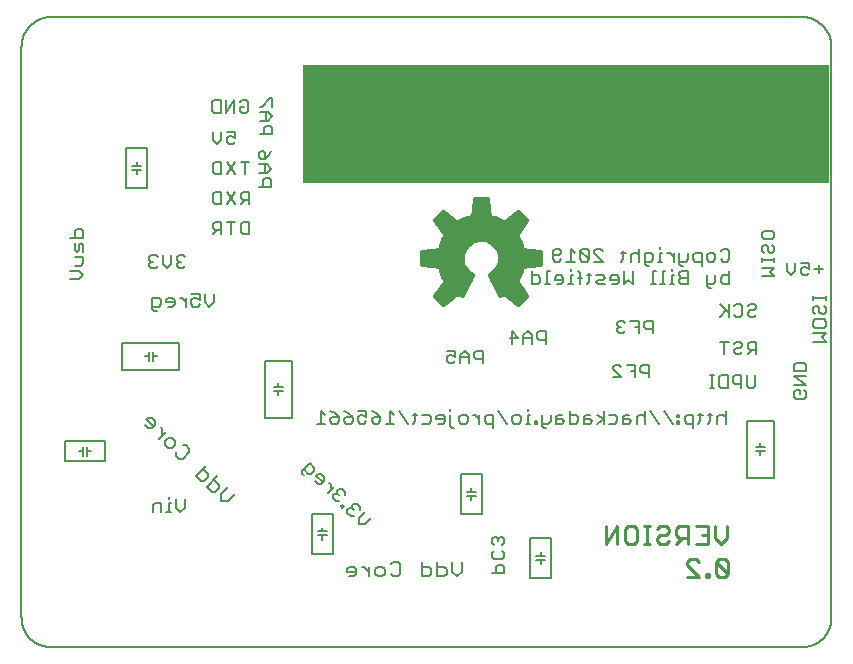
<source format=gbo>
G75*
%MOIN*%
%OFA0B0*%
%FSLAX25Y25*%
%IPPOS*%
%LPD*%
%AMOC8*
5,1,8,0,0,1.08239X$1,22.5*
%
%ADD10C,0.00787*%
%ADD11C,0.00800*%
%ADD12C,0.01575*%
%ADD13R,1.75313X0.39687*%
%ADD14C,0.00700*%
%ADD15C,0.01100*%
D10*
X0022375Y0026280D02*
X0022375Y0216595D01*
X0022378Y0216833D01*
X0022386Y0217071D01*
X0022401Y0217308D01*
X0022421Y0217545D01*
X0022447Y0217781D01*
X0022478Y0218017D01*
X0022515Y0218252D01*
X0022558Y0218486D01*
X0022607Y0218719D01*
X0022661Y0218951D01*
X0022721Y0219181D01*
X0022786Y0219410D01*
X0022857Y0219637D01*
X0022933Y0219862D01*
X0023015Y0220085D01*
X0023102Y0220307D01*
X0023194Y0220526D01*
X0023292Y0220743D01*
X0023394Y0220957D01*
X0023502Y0221169D01*
X0023616Y0221379D01*
X0023734Y0221585D01*
X0023857Y0221789D01*
X0023985Y0221989D01*
X0024117Y0222186D01*
X0024255Y0222381D01*
X0024397Y0222571D01*
X0024544Y0222759D01*
X0024695Y0222942D01*
X0024850Y0223122D01*
X0025010Y0223298D01*
X0025174Y0223470D01*
X0025343Y0223639D01*
X0025515Y0223803D01*
X0025691Y0223963D01*
X0025871Y0224118D01*
X0026054Y0224269D01*
X0026242Y0224416D01*
X0026432Y0224558D01*
X0026627Y0224696D01*
X0026824Y0224828D01*
X0027024Y0224956D01*
X0027228Y0225079D01*
X0027434Y0225197D01*
X0027644Y0225311D01*
X0027856Y0225419D01*
X0028070Y0225521D01*
X0028287Y0225619D01*
X0028506Y0225711D01*
X0028728Y0225798D01*
X0028951Y0225880D01*
X0029176Y0225956D01*
X0029403Y0226027D01*
X0029632Y0226092D01*
X0029862Y0226152D01*
X0030094Y0226206D01*
X0030327Y0226255D01*
X0030561Y0226298D01*
X0030796Y0226335D01*
X0031032Y0226366D01*
X0031268Y0226392D01*
X0031505Y0226412D01*
X0031742Y0226427D01*
X0031980Y0226435D01*
X0032218Y0226438D01*
X0032218Y0226437D02*
X0282532Y0226437D01*
X0282532Y0226438D02*
X0282770Y0226435D01*
X0283008Y0226427D01*
X0283245Y0226412D01*
X0283482Y0226392D01*
X0283718Y0226366D01*
X0283954Y0226335D01*
X0284189Y0226298D01*
X0284423Y0226255D01*
X0284656Y0226206D01*
X0284888Y0226152D01*
X0285118Y0226092D01*
X0285347Y0226027D01*
X0285574Y0225956D01*
X0285799Y0225880D01*
X0286022Y0225798D01*
X0286244Y0225711D01*
X0286463Y0225619D01*
X0286680Y0225521D01*
X0286894Y0225419D01*
X0287106Y0225311D01*
X0287316Y0225197D01*
X0287522Y0225079D01*
X0287726Y0224956D01*
X0287926Y0224828D01*
X0288123Y0224696D01*
X0288318Y0224558D01*
X0288508Y0224416D01*
X0288696Y0224269D01*
X0288879Y0224118D01*
X0289059Y0223963D01*
X0289235Y0223803D01*
X0289407Y0223639D01*
X0289576Y0223470D01*
X0289740Y0223298D01*
X0289900Y0223122D01*
X0290055Y0222942D01*
X0290206Y0222759D01*
X0290353Y0222571D01*
X0290495Y0222381D01*
X0290633Y0222186D01*
X0290765Y0221989D01*
X0290893Y0221789D01*
X0291016Y0221585D01*
X0291134Y0221379D01*
X0291248Y0221169D01*
X0291356Y0220957D01*
X0291458Y0220743D01*
X0291556Y0220526D01*
X0291648Y0220307D01*
X0291735Y0220085D01*
X0291817Y0219862D01*
X0291893Y0219637D01*
X0291964Y0219410D01*
X0292029Y0219181D01*
X0292089Y0218951D01*
X0292143Y0218719D01*
X0292192Y0218486D01*
X0292235Y0218252D01*
X0292272Y0218017D01*
X0292303Y0217781D01*
X0292329Y0217545D01*
X0292349Y0217308D01*
X0292364Y0217071D01*
X0292372Y0216833D01*
X0292375Y0216595D01*
X0292375Y0026280D01*
X0292372Y0026042D01*
X0292364Y0025804D01*
X0292349Y0025567D01*
X0292329Y0025330D01*
X0292303Y0025094D01*
X0292272Y0024858D01*
X0292235Y0024623D01*
X0292192Y0024389D01*
X0292143Y0024156D01*
X0292089Y0023924D01*
X0292029Y0023694D01*
X0291964Y0023465D01*
X0291893Y0023238D01*
X0291817Y0023013D01*
X0291735Y0022790D01*
X0291648Y0022568D01*
X0291556Y0022349D01*
X0291458Y0022132D01*
X0291356Y0021918D01*
X0291248Y0021706D01*
X0291134Y0021496D01*
X0291016Y0021290D01*
X0290893Y0021086D01*
X0290765Y0020886D01*
X0290633Y0020689D01*
X0290495Y0020494D01*
X0290353Y0020304D01*
X0290206Y0020116D01*
X0290055Y0019933D01*
X0289900Y0019753D01*
X0289740Y0019577D01*
X0289576Y0019405D01*
X0289407Y0019236D01*
X0289235Y0019072D01*
X0289059Y0018912D01*
X0288879Y0018757D01*
X0288696Y0018606D01*
X0288508Y0018459D01*
X0288318Y0018317D01*
X0288123Y0018179D01*
X0287926Y0018047D01*
X0287726Y0017919D01*
X0287522Y0017796D01*
X0287316Y0017678D01*
X0287106Y0017564D01*
X0286894Y0017456D01*
X0286680Y0017354D01*
X0286463Y0017256D01*
X0286244Y0017164D01*
X0286022Y0017077D01*
X0285799Y0016995D01*
X0285574Y0016919D01*
X0285347Y0016848D01*
X0285118Y0016783D01*
X0284888Y0016723D01*
X0284656Y0016669D01*
X0284423Y0016620D01*
X0284189Y0016577D01*
X0283954Y0016540D01*
X0283718Y0016509D01*
X0283482Y0016483D01*
X0283245Y0016463D01*
X0283008Y0016448D01*
X0282770Y0016440D01*
X0282532Y0016437D01*
X0282532Y0016438D02*
X0032218Y0016438D01*
X0032218Y0016437D02*
X0031980Y0016440D01*
X0031742Y0016448D01*
X0031505Y0016463D01*
X0031268Y0016483D01*
X0031032Y0016509D01*
X0030796Y0016540D01*
X0030561Y0016577D01*
X0030327Y0016620D01*
X0030094Y0016669D01*
X0029862Y0016723D01*
X0029632Y0016783D01*
X0029403Y0016848D01*
X0029176Y0016919D01*
X0028951Y0016995D01*
X0028728Y0017077D01*
X0028506Y0017164D01*
X0028287Y0017256D01*
X0028070Y0017354D01*
X0027856Y0017456D01*
X0027644Y0017564D01*
X0027434Y0017678D01*
X0027228Y0017796D01*
X0027024Y0017919D01*
X0026824Y0018047D01*
X0026627Y0018179D01*
X0026432Y0018317D01*
X0026242Y0018459D01*
X0026054Y0018606D01*
X0025871Y0018757D01*
X0025691Y0018912D01*
X0025515Y0019072D01*
X0025343Y0019236D01*
X0025174Y0019405D01*
X0025010Y0019577D01*
X0024850Y0019753D01*
X0024695Y0019933D01*
X0024544Y0020116D01*
X0024397Y0020304D01*
X0024255Y0020494D01*
X0024117Y0020689D01*
X0023985Y0020886D01*
X0023857Y0021086D01*
X0023734Y0021290D01*
X0023616Y0021496D01*
X0023502Y0021706D01*
X0023394Y0021918D01*
X0023292Y0022132D01*
X0023194Y0022349D01*
X0023102Y0022568D01*
X0023015Y0022790D01*
X0022933Y0023013D01*
X0022857Y0023238D01*
X0022786Y0023465D01*
X0022721Y0023694D01*
X0022661Y0023924D01*
X0022607Y0024156D01*
X0022558Y0024389D01*
X0022515Y0024623D01*
X0022478Y0024858D01*
X0022447Y0025094D01*
X0022421Y0025330D01*
X0022401Y0025567D01*
X0022386Y0025804D01*
X0022378Y0026042D01*
X0022375Y0026280D01*
D11*
X0080516Y0073524D02*
X0082215Y0071825D01*
X0083347Y0071825D01*
X0084480Y0072958D01*
X0084480Y0074090D01*
X0082781Y0075789D01*
X0083913Y0076921D02*
X0080516Y0073524D01*
X0084162Y0069878D02*
X0085861Y0068179D01*
X0086993Y0068179D01*
X0088126Y0069312D01*
X0088126Y0070444D01*
X0086427Y0072142D01*
X0087559Y0073275D02*
X0084162Y0069878D01*
X0088941Y0067364D02*
X0091206Y0069629D01*
X0093470Y0067364D02*
X0091206Y0065099D01*
X0088941Y0065099D01*
X0088941Y0067364D01*
X0076055Y0079118D02*
X0074923Y0079118D01*
X0073790Y0080250D01*
X0073790Y0081382D01*
X0072409Y0082764D02*
X0071277Y0082764D01*
X0070144Y0083896D01*
X0070144Y0085028D01*
X0071276Y0086161D01*
X0072409Y0086161D01*
X0073541Y0085028D01*
X0073541Y0083896D01*
X0072409Y0082764D01*
X0076055Y0083647D02*
X0077187Y0083647D01*
X0078320Y0082515D01*
X0078320Y0081382D01*
X0076055Y0079118D01*
X0069329Y0086976D02*
X0069329Y0089241D01*
X0068763Y0089807D01*
X0066857Y0090581D02*
X0066857Y0091713D01*
X0065724Y0092845D01*
X0064592Y0092845D01*
X0064026Y0092279D01*
X0066290Y0090014D01*
X0065724Y0089448D02*
X0066857Y0090581D01*
X0065724Y0089448D02*
X0064592Y0089448D01*
X0063460Y0090581D01*
X0068197Y0085844D02*
X0070461Y0088108D01*
X0050284Y0085242D02*
X0050281Y0078291D01*
X0036932Y0078291D01*
X0036934Y0085242D01*
X0050284Y0085242D01*
X0045625Y0081750D02*
X0044425Y0081750D01*
X0044325Y0083150D02*
X0044325Y0080250D01*
X0043025Y0080250D02*
X0043025Y0083150D01*
X0042925Y0081750D02*
X0041625Y0081750D01*
X0056029Y0108883D02*
X0075003Y0108883D01*
X0075006Y0117828D01*
X0056032Y0117828D01*
X0056029Y0108883D01*
X0063500Y0113312D02*
X0064700Y0113312D01*
X0064800Y0111912D02*
X0064800Y0114812D01*
X0066100Y0114812D02*
X0066100Y0111912D01*
X0066200Y0113312D02*
X0067500Y0113312D01*
X0067067Y0142775D02*
X0067767Y0143476D01*
X0067067Y0142775D02*
X0065665Y0142775D01*
X0064965Y0143476D01*
X0064965Y0144176D01*
X0065665Y0144877D01*
X0066366Y0144877D01*
X0065665Y0144877D02*
X0064965Y0145577D01*
X0064965Y0146278D01*
X0065665Y0146979D01*
X0067067Y0146979D01*
X0067767Y0146278D01*
X0069569Y0146979D02*
X0069569Y0144176D01*
X0070970Y0142775D01*
X0072371Y0144176D01*
X0072371Y0146979D01*
X0074173Y0146278D02*
X0074173Y0145577D01*
X0074873Y0144877D01*
X0074173Y0144176D01*
X0074173Y0143476D01*
X0074873Y0142775D01*
X0076274Y0142775D01*
X0076975Y0143476D01*
X0075574Y0144877D02*
X0074873Y0144877D01*
X0074173Y0146278D02*
X0074873Y0146979D01*
X0076274Y0146979D01*
X0076975Y0146278D01*
X0086215Y0154025D02*
X0087616Y0155426D01*
X0086916Y0155426D02*
X0089017Y0155426D01*
X0089017Y0154025D02*
X0089017Y0158228D01*
X0086916Y0158228D01*
X0086215Y0157528D01*
X0086215Y0156127D01*
X0086916Y0155426D01*
X0090819Y0158228D02*
X0093621Y0158228D01*
X0092220Y0158228D02*
X0092220Y0154025D01*
X0095423Y0154725D02*
X0095423Y0157528D01*
X0096123Y0158228D01*
X0098225Y0158228D01*
X0098225Y0154025D01*
X0096123Y0154025D01*
X0095423Y0154725D01*
X0095423Y0164025D02*
X0096824Y0165426D01*
X0096123Y0165426D02*
X0098225Y0165426D01*
X0098225Y0164025D02*
X0098225Y0168229D01*
X0096123Y0168229D01*
X0095423Y0167528D01*
X0095423Y0166127D01*
X0096123Y0165426D01*
X0093621Y0164025D02*
X0090819Y0168229D01*
X0089017Y0168229D02*
X0086915Y0168229D01*
X0086215Y0167528D01*
X0086215Y0164726D01*
X0086915Y0164025D01*
X0089017Y0164025D01*
X0089017Y0168229D01*
X0090819Y0164025D02*
X0093621Y0168229D01*
X0093621Y0174025D02*
X0090819Y0178229D01*
X0089017Y0178229D02*
X0086915Y0178229D01*
X0086215Y0177528D01*
X0086215Y0174726D01*
X0086915Y0174025D01*
X0089017Y0174025D01*
X0089017Y0178229D01*
X0090819Y0174025D02*
X0093621Y0178229D01*
X0095423Y0178229D02*
X0098225Y0178229D01*
X0096824Y0178229D02*
X0096824Y0174025D01*
X0101496Y0174477D02*
X0104299Y0174477D01*
X0105700Y0175878D01*
X0104299Y0177279D01*
X0101496Y0177279D01*
X0102197Y0179080D02*
X0101496Y0179781D01*
X0101496Y0181182D01*
X0102197Y0181883D01*
X0102898Y0181883D01*
X0103598Y0181182D01*
X0103598Y0179080D01*
X0102197Y0179080D01*
X0103598Y0179080D02*
X0104999Y0180482D01*
X0105700Y0181883D01*
X0103598Y0177279D02*
X0103598Y0174477D01*
X0103598Y0172675D02*
X0102898Y0171974D01*
X0102898Y0169873D01*
X0101496Y0169873D02*
X0105700Y0169873D01*
X0105700Y0171974D01*
X0104999Y0172675D01*
X0103598Y0172675D01*
X0092843Y0184024D02*
X0093544Y0184725D01*
X0092843Y0184024D02*
X0091442Y0184024D01*
X0090741Y0184725D01*
X0090741Y0186126D01*
X0091442Y0186827D01*
X0092143Y0186827D01*
X0093544Y0186126D01*
X0093544Y0188228D01*
X0090741Y0188228D01*
X0088940Y0188228D02*
X0088940Y0185425D01*
X0087539Y0184024D01*
X0086137Y0185425D01*
X0086137Y0188228D01*
X0086641Y0194453D02*
X0085940Y0195153D01*
X0085940Y0197956D01*
X0086641Y0198656D01*
X0088743Y0198656D01*
X0088743Y0194453D01*
X0086641Y0194453D01*
X0090544Y0194453D02*
X0090544Y0198656D01*
X0093346Y0198656D02*
X0090544Y0194453D01*
X0093346Y0194453D02*
X0093346Y0198656D01*
X0095148Y0197956D02*
X0095849Y0198656D01*
X0097250Y0198656D01*
X0097950Y0197956D01*
X0097950Y0195153D01*
X0097250Y0194453D01*
X0095849Y0194453D01*
X0095148Y0195153D01*
X0095148Y0196555D01*
X0096549Y0196555D01*
X0101727Y0196494D02*
X0102427Y0196494D01*
X0105230Y0199296D01*
X0105930Y0199296D01*
X0105930Y0196494D01*
X0104529Y0194693D02*
X0101727Y0194693D01*
X0103829Y0194693D02*
X0103829Y0191890D01*
X0104529Y0191890D02*
X0105930Y0193291D01*
X0104529Y0194693D01*
X0104529Y0191890D02*
X0101727Y0191890D01*
X0103829Y0190089D02*
X0103128Y0189388D01*
X0103128Y0187286D01*
X0101727Y0187286D02*
X0105930Y0187286D01*
X0105930Y0189388D01*
X0105230Y0190089D01*
X0103829Y0190089D01*
X0064304Y0182816D02*
X0064304Y0169466D01*
X0057354Y0169469D01*
X0057354Y0182818D01*
X0064304Y0182816D01*
X0060812Y0178125D02*
X0060812Y0176825D01*
X0062212Y0176725D02*
X0059312Y0176725D01*
X0059312Y0175425D02*
X0062212Y0175425D01*
X0060812Y0175325D02*
X0060812Y0174125D01*
X0103571Y0111846D02*
X0103571Y0092872D01*
X0112516Y0092869D01*
X0112516Y0111843D01*
X0103571Y0111846D01*
X0108000Y0104375D02*
X0108000Y0103175D01*
X0106600Y0103075D02*
X0109500Y0103075D01*
X0109500Y0101775D02*
X0106600Y0101775D01*
X0108000Y0101675D02*
X0108000Y0100375D01*
X0120734Y0090924D02*
X0123537Y0090924D01*
X0122136Y0090924D02*
X0122136Y0095127D01*
X0123537Y0093726D01*
X0125338Y0092325D02*
X0126039Y0093026D01*
X0128141Y0093026D01*
X0128141Y0091624D01*
X0127440Y0090924D01*
X0126039Y0090924D01*
X0125338Y0091624D01*
X0125338Y0092325D01*
X0126740Y0094427D02*
X0128141Y0093026D01*
X0129942Y0092325D02*
X0130643Y0093026D01*
X0132745Y0093026D01*
X0132745Y0091624D01*
X0132044Y0090924D01*
X0130643Y0090924D01*
X0129942Y0091624D01*
X0129942Y0092325D01*
X0131343Y0094427D02*
X0132745Y0093026D01*
X0134546Y0093026D02*
X0134546Y0091624D01*
X0135247Y0090924D01*
X0136648Y0090924D01*
X0137349Y0091624D01*
X0137349Y0093026D02*
X0135947Y0093726D01*
X0135247Y0093726D01*
X0134546Y0093026D01*
X0134546Y0095127D02*
X0137349Y0095127D01*
X0137349Y0093026D01*
X0139150Y0092325D02*
X0139851Y0093026D01*
X0141953Y0093026D01*
X0141953Y0091624D01*
X0141252Y0090924D01*
X0139851Y0090924D01*
X0139150Y0091624D01*
X0139150Y0092325D01*
X0140551Y0094427D02*
X0141953Y0093026D01*
X0140551Y0094427D02*
X0139150Y0095127D01*
X0145155Y0095127D02*
X0145155Y0090924D01*
X0146556Y0090924D02*
X0143754Y0090924D01*
X0146556Y0093726D02*
X0145155Y0095127D01*
X0148358Y0095127D02*
X0151160Y0090924D01*
X0152828Y0090924D02*
X0153529Y0091624D01*
X0153529Y0094427D01*
X0154230Y0093726D02*
X0152828Y0093726D01*
X0156031Y0093726D02*
X0158133Y0093726D01*
X0158834Y0093026D01*
X0158834Y0091624D01*
X0158133Y0090924D01*
X0156031Y0090924D01*
X0160635Y0092325D02*
X0160635Y0093026D01*
X0161336Y0093726D01*
X0162737Y0093726D01*
X0163438Y0093026D01*
X0163438Y0091624D01*
X0162737Y0090924D01*
X0161336Y0090924D01*
X0160635Y0092325D02*
X0163438Y0092325D01*
X0165106Y0093726D02*
X0165106Y0090223D01*
X0165806Y0089523D01*
X0166507Y0089523D01*
X0168308Y0091624D02*
X0168308Y0093026D01*
X0169009Y0093726D01*
X0170410Y0093726D01*
X0171111Y0093026D01*
X0171111Y0091624D01*
X0170410Y0090924D01*
X0169009Y0090924D01*
X0168308Y0091624D01*
X0172846Y0093726D02*
X0173546Y0093726D01*
X0174947Y0092325D01*
X0174947Y0090924D02*
X0174947Y0093726D01*
X0176749Y0093026D02*
X0176749Y0091624D01*
X0177449Y0090924D01*
X0179551Y0090924D01*
X0179551Y0089523D02*
X0179551Y0093726D01*
X0177449Y0093726D01*
X0176749Y0093026D01*
X0181353Y0095127D02*
X0184155Y0090924D01*
X0185957Y0091624D02*
X0185957Y0093026D01*
X0186657Y0093726D01*
X0188058Y0093726D01*
X0188759Y0093026D01*
X0188759Y0091624D01*
X0188058Y0090924D01*
X0186657Y0090924D01*
X0185957Y0091624D01*
X0190427Y0090924D02*
X0191828Y0090924D01*
X0191128Y0090924D02*
X0191128Y0093726D01*
X0191828Y0093726D01*
X0191128Y0095127D02*
X0191128Y0095828D01*
X0193430Y0091624D02*
X0193430Y0090924D01*
X0194130Y0090924D01*
X0194130Y0091624D01*
X0193430Y0091624D01*
X0195932Y0090924D02*
X0198034Y0090924D01*
X0198734Y0091624D01*
X0198734Y0093726D01*
X0200536Y0093026D02*
X0200536Y0090924D01*
X0202638Y0090924D01*
X0203338Y0091624D01*
X0202638Y0092325D01*
X0200536Y0092325D01*
X0200536Y0093026D02*
X0201236Y0093726D01*
X0202638Y0093726D01*
X0205140Y0093726D02*
X0207241Y0093726D01*
X0207942Y0093026D01*
X0207942Y0091624D01*
X0207241Y0090924D01*
X0205140Y0090924D01*
X0205140Y0095127D01*
X0209744Y0093026D02*
X0209744Y0090924D01*
X0211845Y0090924D01*
X0212546Y0091624D01*
X0211845Y0092325D01*
X0209744Y0092325D01*
X0209744Y0093026D02*
X0210444Y0093726D01*
X0211845Y0093726D01*
X0214281Y0093726D02*
X0216383Y0092325D01*
X0214281Y0090924D01*
X0216383Y0090924D02*
X0216383Y0095127D01*
X0218184Y0093726D02*
X0220286Y0093726D01*
X0220987Y0093026D01*
X0220987Y0091624D01*
X0220286Y0090924D01*
X0218184Y0090924D01*
X0222788Y0090924D02*
X0222788Y0093026D01*
X0223489Y0093726D01*
X0224890Y0093726D01*
X0224890Y0092325D02*
X0222788Y0092325D01*
X0222788Y0090924D02*
X0224890Y0090924D01*
X0225590Y0091624D01*
X0224890Y0092325D01*
X0227392Y0093026D02*
X0227392Y0090924D01*
X0227392Y0093026D02*
X0228093Y0093726D01*
X0229494Y0093726D01*
X0230194Y0093026D01*
X0230194Y0095127D02*
X0230194Y0090924D01*
X0231996Y0095127D02*
X0234798Y0090924D01*
X0236600Y0095127D02*
X0239402Y0090924D01*
X0241004Y0090924D02*
X0241704Y0090924D01*
X0241704Y0091624D01*
X0241004Y0091624D01*
X0241004Y0090924D01*
X0241004Y0093026D02*
X0241704Y0093026D01*
X0241704Y0093726D01*
X0241004Y0093726D01*
X0241004Y0093026D01*
X0243506Y0093026D02*
X0243506Y0091624D01*
X0244206Y0090924D01*
X0246308Y0090924D01*
X0246308Y0089523D02*
X0246308Y0093726D01*
X0244206Y0093726D01*
X0243506Y0093026D01*
X0247976Y0093726D02*
X0249377Y0093726D01*
X0248677Y0094427D02*
X0248677Y0091624D01*
X0247976Y0090924D01*
X0251045Y0090924D02*
X0251746Y0091624D01*
X0251746Y0094427D01*
X0252447Y0093726D02*
X0251045Y0093726D01*
X0254248Y0093026D02*
X0254248Y0090924D01*
X0254248Y0093026D02*
X0254949Y0093726D01*
X0256350Y0093726D01*
X0257051Y0093026D01*
X0257051Y0095127D02*
X0257051Y0090924D01*
X0264196Y0091846D02*
X0264196Y0072872D01*
X0273141Y0072869D01*
X0273141Y0091843D01*
X0264196Y0091846D01*
X0268625Y0084375D02*
X0268625Y0083175D01*
X0267225Y0083075D02*
X0270125Y0083075D01*
X0270125Y0081775D02*
X0267225Y0081775D01*
X0268625Y0081675D02*
X0268625Y0080375D01*
X0280474Y0099221D02*
X0279774Y0099921D01*
X0279774Y0101322D01*
X0280474Y0102023D01*
X0281876Y0102023D01*
X0281876Y0100622D01*
X0283277Y0102023D02*
X0283977Y0101322D01*
X0283977Y0099921D01*
X0283277Y0099221D01*
X0280474Y0099221D01*
X0279774Y0103825D02*
X0283977Y0103825D01*
X0279774Y0106627D01*
X0283977Y0106627D01*
X0283977Y0108428D02*
X0279774Y0108428D01*
X0279774Y0110530D01*
X0280474Y0111231D01*
X0283277Y0111231D01*
X0283977Y0110530D01*
X0283977Y0108428D01*
X0286258Y0118206D02*
X0290461Y0118206D01*
X0289060Y0119607D01*
X0290461Y0121008D01*
X0286258Y0121008D01*
X0286958Y0122810D02*
X0286258Y0123511D01*
X0286258Y0124912D01*
X0286958Y0125612D01*
X0289761Y0125612D01*
X0290461Y0124912D01*
X0290461Y0123511D01*
X0289761Y0122810D01*
X0286958Y0122810D01*
X0286958Y0127414D02*
X0286258Y0128114D01*
X0286258Y0129516D01*
X0286958Y0130216D01*
X0287659Y0130216D01*
X0288359Y0129516D01*
X0288359Y0128114D01*
X0289060Y0127414D01*
X0289761Y0127414D01*
X0290461Y0128114D01*
X0290461Y0129516D01*
X0289761Y0130216D01*
X0290461Y0132018D02*
X0290461Y0133419D01*
X0290461Y0132718D02*
X0286258Y0132718D01*
X0286258Y0132018D02*
X0286258Y0133419D01*
X0284170Y0140275D02*
X0284871Y0140976D01*
X0284170Y0140275D02*
X0282769Y0140275D01*
X0282069Y0140976D01*
X0282069Y0142377D01*
X0282769Y0143077D01*
X0283470Y0143077D01*
X0284871Y0142377D01*
X0284871Y0144479D01*
X0282069Y0144479D01*
X0280267Y0144479D02*
X0280267Y0141676D01*
X0278866Y0140275D01*
X0277465Y0141676D01*
X0277465Y0144479D01*
X0273268Y0144692D02*
X0273268Y0146093D01*
X0273268Y0145393D02*
X0269065Y0145393D01*
X0269065Y0146093D02*
X0269065Y0144692D01*
X0269065Y0142890D02*
X0273268Y0142890D01*
X0271867Y0141489D01*
X0273268Y0140088D01*
X0269065Y0140088D01*
X0269765Y0147761D02*
X0269065Y0148462D01*
X0269065Y0149863D01*
X0269765Y0150564D01*
X0270466Y0150564D01*
X0271166Y0149863D01*
X0271166Y0148462D01*
X0271867Y0147761D01*
X0272568Y0147761D01*
X0273268Y0148462D01*
X0273268Y0149863D01*
X0272568Y0150564D01*
X0272568Y0152365D02*
X0269765Y0152365D01*
X0269065Y0153066D01*
X0269065Y0154467D01*
X0269765Y0155168D01*
X0272568Y0155168D01*
X0273268Y0154467D01*
X0273268Y0153066D01*
X0272568Y0152365D01*
X0286673Y0142377D02*
X0289475Y0142377D01*
X0288074Y0143778D02*
X0288074Y0140976D01*
X0267280Y0130024D02*
X0267280Y0129323D01*
X0266580Y0128622D01*
X0265179Y0128622D01*
X0264478Y0127922D01*
X0264478Y0127221D01*
X0265179Y0126521D01*
X0266580Y0126521D01*
X0267280Y0127221D01*
X0267280Y0130024D02*
X0266580Y0130724D01*
X0265179Y0130724D01*
X0264478Y0130024D01*
X0262676Y0130024D02*
X0262676Y0127221D01*
X0261976Y0126521D01*
X0260575Y0126521D01*
X0259874Y0127221D01*
X0258073Y0126521D02*
X0258073Y0130724D01*
X0259874Y0130024D02*
X0260575Y0130724D01*
X0261976Y0130724D01*
X0262676Y0130024D01*
X0258073Y0127922D02*
X0255270Y0130724D01*
X0257372Y0128622D02*
X0255270Y0126521D01*
X0255270Y0118220D02*
X0258073Y0118220D01*
X0256671Y0118220D02*
X0256671Y0114017D01*
X0259874Y0114717D02*
X0259874Y0115418D01*
X0260575Y0116118D01*
X0261976Y0116118D01*
X0262676Y0116819D01*
X0262676Y0117520D01*
X0261976Y0118220D01*
X0260575Y0118220D01*
X0259874Y0117520D01*
X0259874Y0114717D02*
X0260575Y0114017D01*
X0261976Y0114017D01*
X0262676Y0114717D01*
X0264478Y0114017D02*
X0265879Y0115418D01*
X0265179Y0115418D02*
X0267280Y0115418D01*
X0267280Y0114017D02*
X0267280Y0118220D01*
X0265179Y0118220D01*
X0264478Y0117520D01*
X0264478Y0116118D01*
X0265179Y0115418D01*
X0264173Y0106979D02*
X0264173Y0103476D01*
X0264873Y0102775D01*
X0266274Y0102775D01*
X0266975Y0103476D01*
X0266975Y0106979D01*
X0262371Y0106979D02*
X0262371Y0102775D01*
X0262371Y0104176D02*
X0260269Y0104176D01*
X0259569Y0104877D01*
X0259569Y0106278D01*
X0260269Y0106979D01*
X0262371Y0106979D01*
X0257767Y0106979D02*
X0257767Y0102775D01*
X0255665Y0102775D01*
X0254965Y0103476D01*
X0254965Y0106278D01*
X0255665Y0106979D01*
X0257767Y0106979D01*
X0253163Y0106979D02*
X0251762Y0106979D01*
X0252463Y0106979D02*
X0252463Y0102775D01*
X0253163Y0102775D02*
X0251762Y0102775D01*
X0231498Y0106344D02*
X0231498Y0110547D01*
X0229396Y0110547D01*
X0228695Y0109847D01*
X0228695Y0108446D01*
X0229396Y0107745D01*
X0231498Y0107745D01*
X0226894Y0108446D02*
X0225492Y0108446D01*
X0226894Y0110547D02*
X0224091Y0110547D01*
X0222290Y0109847D02*
X0221589Y0110547D01*
X0220188Y0110547D01*
X0219487Y0109847D01*
X0219487Y0109146D01*
X0222290Y0106344D01*
X0219487Y0106344D01*
X0226894Y0106344D02*
X0226894Y0110547D01*
X0228144Y0121036D02*
X0228144Y0125240D01*
X0225342Y0125240D01*
X0223540Y0124539D02*
X0222840Y0125240D01*
X0221438Y0125240D01*
X0220738Y0124539D01*
X0220738Y0123838D01*
X0221438Y0123138D01*
X0220738Y0122437D01*
X0220738Y0121737D01*
X0221438Y0121036D01*
X0222840Y0121036D01*
X0223540Y0121737D01*
X0222139Y0123138D02*
X0221438Y0123138D01*
X0226743Y0123138D02*
X0228144Y0123138D01*
X0229946Y0123138D02*
X0230646Y0122437D01*
X0232748Y0122437D01*
X0232748Y0121036D02*
X0232748Y0125240D01*
X0230646Y0125240D01*
X0229946Y0124539D01*
X0229946Y0123138D01*
X0197091Y0121681D02*
X0197091Y0117477D01*
X0197091Y0118879D02*
X0194989Y0118879D01*
X0194288Y0119579D01*
X0194288Y0120980D01*
X0194989Y0121681D01*
X0197091Y0121681D01*
X0192487Y0120280D02*
X0192487Y0117477D01*
X0192487Y0119579D02*
X0189685Y0119579D01*
X0189685Y0120280D02*
X0189685Y0117477D01*
X0187883Y0119579D02*
X0185081Y0119579D01*
X0185781Y0117477D02*
X0185781Y0121681D01*
X0187883Y0119579D01*
X0189685Y0120280D02*
X0191086Y0121681D01*
X0192487Y0120280D01*
X0176085Y0115150D02*
X0176085Y0110947D01*
X0176085Y0112348D02*
X0173983Y0112348D01*
X0173283Y0113048D01*
X0173283Y0114450D01*
X0173983Y0115150D01*
X0176085Y0115150D01*
X0171481Y0113749D02*
X0170080Y0115150D01*
X0168679Y0113749D01*
X0168679Y0110947D01*
X0166877Y0111647D02*
X0166177Y0110947D01*
X0164775Y0110947D01*
X0164075Y0111647D01*
X0164075Y0113048D01*
X0164775Y0113749D01*
X0165476Y0113749D01*
X0166877Y0113048D01*
X0166877Y0115150D01*
X0164075Y0115150D01*
X0168679Y0113048D02*
X0171481Y0113048D01*
X0171481Y0113749D02*
X0171481Y0110947D01*
X0165106Y0095828D02*
X0165106Y0095127D01*
X0168883Y0074034D02*
X0168883Y0060684D01*
X0175834Y0060682D01*
X0175834Y0074031D01*
X0168883Y0074034D01*
X0172375Y0069375D02*
X0172375Y0068175D01*
X0170975Y0068075D02*
X0173875Y0068075D01*
X0173875Y0066775D02*
X0170975Y0066775D01*
X0172375Y0066675D02*
X0172375Y0065375D01*
X0179842Y0053133D02*
X0179141Y0052432D01*
X0179141Y0051031D01*
X0179842Y0050330D01*
X0179842Y0048529D02*
X0179141Y0047828D01*
X0179141Y0046427D01*
X0179842Y0045726D01*
X0182644Y0045726D01*
X0183345Y0046427D01*
X0183345Y0047828D01*
X0182644Y0048529D01*
X0182644Y0050330D02*
X0183345Y0051031D01*
X0183345Y0052432D01*
X0182644Y0053133D01*
X0181943Y0053133D01*
X0181243Y0052432D01*
X0180542Y0053133D01*
X0179842Y0053133D01*
X0181243Y0052432D02*
X0181243Y0051731D01*
X0181243Y0043925D02*
X0180542Y0043224D01*
X0180542Y0041122D01*
X0179141Y0041122D02*
X0183345Y0041122D01*
X0183345Y0043224D01*
X0182644Y0043925D01*
X0181243Y0043925D01*
X0192041Y0039469D02*
X0198992Y0039466D01*
X0198992Y0052816D01*
X0192041Y0052818D01*
X0192041Y0039469D01*
X0195500Y0044125D02*
X0195500Y0045325D01*
X0196900Y0045425D02*
X0194000Y0045425D01*
X0194000Y0046725D02*
X0196900Y0046725D01*
X0195500Y0046825D02*
X0195500Y0048125D01*
X0169242Y0044792D02*
X0169242Y0041589D01*
X0167640Y0039988D01*
X0166039Y0041589D01*
X0166039Y0044792D01*
X0164085Y0042390D02*
X0163285Y0043190D01*
X0160883Y0043190D01*
X0160883Y0044792D02*
X0160883Y0039988D01*
X0163285Y0039988D01*
X0164085Y0040788D01*
X0164085Y0042390D01*
X0158929Y0042390D02*
X0158128Y0043190D01*
X0155726Y0043190D01*
X0155726Y0044792D02*
X0155726Y0039988D01*
X0158128Y0039988D01*
X0158929Y0040788D01*
X0158929Y0042390D01*
X0148616Y0043991D02*
X0148616Y0040788D01*
X0147816Y0039988D01*
X0146214Y0039988D01*
X0145414Y0040788D01*
X0143460Y0040788D02*
X0142659Y0039988D01*
X0141058Y0039988D01*
X0140257Y0040788D01*
X0140257Y0042390D01*
X0141058Y0043190D01*
X0142659Y0043190D01*
X0143460Y0042390D01*
X0143460Y0040788D01*
X0145414Y0043991D02*
X0146214Y0044792D01*
X0147816Y0044792D01*
X0148616Y0043991D01*
X0138303Y0043190D02*
X0138303Y0039988D01*
X0138303Y0041589D02*
X0136702Y0043190D01*
X0135901Y0043190D01*
X0134006Y0042390D02*
X0133206Y0043190D01*
X0131604Y0043190D01*
X0130804Y0042390D01*
X0130804Y0041589D01*
X0134006Y0041589D01*
X0134006Y0040788D02*
X0134006Y0042390D01*
X0134006Y0040788D02*
X0133206Y0039988D01*
X0131604Y0039988D01*
X0126149Y0047557D02*
X0126149Y0060906D01*
X0119198Y0060909D01*
X0119198Y0047560D01*
X0126149Y0047557D01*
X0122690Y0052250D02*
X0122690Y0053550D01*
X0121290Y0053650D02*
X0124190Y0053650D01*
X0124190Y0054950D02*
X0121290Y0054950D01*
X0122690Y0055050D02*
X0122690Y0056250D01*
X0126740Y0094427D02*
X0125338Y0095127D01*
X0129942Y0095127D02*
X0131343Y0094427D01*
X0195932Y0093726D02*
X0195932Y0090223D01*
X0196632Y0089523D01*
X0197333Y0089523D01*
D12*
X0188021Y0130936D02*
X0183312Y0134543D01*
X0181951Y0133733D01*
X0178432Y0140492D01*
X0179271Y0141016D01*
X0180018Y0141663D01*
X0180656Y0142418D01*
X0181169Y0143263D01*
X0181544Y0144178D01*
X0181773Y0145139D01*
X0181850Y0146125D01*
X0181759Y0147195D01*
X0181489Y0148234D01*
X0181048Y0149213D01*
X0180449Y0150104D01*
X0179708Y0150881D01*
X0178846Y0151522D01*
X0177889Y0152008D01*
X0176864Y0152327D01*
X0175799Y0152468D01*
X0174726Y0152428D01*
X0173675Y0152207D01*
X0172677Y0151813D01*
X0171759Y0151256D01*
X0170948Y0150552D01*
X0170267Y0149722D01*
X0169736Y0148789D01*
X0169369Y0147779D01*
X0169178Y0146723D01*
X0169168Y0145649D01*
X0169339Y0144589D01*
X0169686Y0143573D01*
X0170199Y0142629D01*
X0170863Y0141786D01*
X0171661Y0141067D01*
X0172568Y0140492D01*
X0169049Y0133733D01*
X0167688Y0134543D01*
X0162979Y0130936D01*
X0160311Y0133604D01*
X0163918Y0138313D01*
X0162980Y0139928D01*
X0162265Y0141654D01*
X0161787Y0143459D01*
X0155906Y0144238D01*
X0155906Y0148012D01*
X0161787Y0148791D01*
X0162265Y0150596D01*
X0162980Y0152322D01*
X0163918Y0153937D01*
X0160311Y0158646D01*
X0162979Y0161314D01*
X0167688Y0157707D01*
X0169303Y0158645D01*
X0171029Y0159360D01*
X0172834Y0159838D01*
X0173613Y0165719D01*
X0177387Y0165719D01*
X0178166Y0159838D01*
X0179971Y0159360D01*
X0181697Y0158645D01*
X0183312Y0157707D01*
X0188021Y0161314D01*
X0190689Y0158646D01*
X0187082Y0153937D01*
X0188020Y0152322D01*
X0188735Y0150596D01*
X0189213Y0148791D01*
X0195094Y0148012D01*
X0195094Y0144238D01*
X0189213Y0143459D01*
X0188735Y0141654D01*
X0188020Y0139928D01*
X0187082Y0138313D01*
X0190689Y0133604D01*
X0188021Y0130936D01*
X0188063Y0130977D02*
X0187967Y0130977D01*
X0189636Y0132550D02*
X0185914Y0132550D01*
X0183860Y0134124D02*
X0190291Y0134124D01*
X0189086Y0135697D02*
X0180929Y0135697D01*
X0181748Y0134124D02*
X0182606Y0134124D01*
X0180110Y0137270D02*
X0187881Y0137270D01*
X0187390Y0138844D02*
X0179291Y0138844D01*
X0178471Y0140417D02*
X0188223Y0140417D01*
X0188824Y0141990D02*
X0180294Y0141990D01*
X0181292Y0143563D02*
X0189999Y0143563D01*
X0195094Y0145137D02*
X0181772Y0145137D01*
X0181800Y0146710D02*
X0195094Y0146710D01*
X0193043Y0148283D02*
X0181467Y0148283D01*
X0180615Y0149857D02*
X0188931Y0149857D01*
X0188390Y0151430D02*
X0178970Y0151430D01*
X0172046Y0151430D02*
X0162610Y0151430D01*
X0162069Y0149857D02*
X0170378Y0149857D01*
X0169552Y0148283D02*
X0157957Y0148283D01*
X0155906Y0146710D02*
X0169178Y0146710D01*
X0169250Y0145137D02*
X0155906Y0145137D01*
X0161001Y0143563D02*
X0169691Y0143563D01*
X0170703Y0141990D02*
X0162176Y0141990D01*
X0162777Y0140417D02*
X0172529Y0140417D01*
X0171710Y0138844D02*
X0163610Y0138844D01*
X0163119Y0137270D02*
X0170891Y0137270D01*
X0170071Y0135697D02*
X0161914Y0135697D01*
X0160709Y0134124D02*
X0167140Y0134124D01*
X0168394Y0134124D02*
X0169252Y0134124D01*
X0165087Y0132550D02*
X0161364Y0132550D01*
X0162937Y0130977D02*
X0163033Y0130977D01*
X0163376Y0153003D02*
X0187624Y0153003D01*
X0187572Y0154577D02*
X0163428Y0154577D01*
X0162223Y0156150D02*
X0188777Y0156150D01*
X0189982Y0157723D02*
X0183334Y0157723D01*
X0183283Y0157723D02*
X0167717Y0157723D01*
X0167666Y0157723D02*
X0161018Y0157723D01*
X0160961Y0159297D02*
X0165613Y0159297D01*
X0163559Y0160870D02*
X0162534Y0160870D01*
X0170875Y0159297D02*
X0180125Y0159297D01*
X0178029Y0160870D02*
X0172971Y0160870D01*
X0173179Y0162443D02*
X0177821Y0162443D01*
X0177612Y0164017D02*
X0173388Y0164017D01*
X0173596Y0165590D02*
X0177404Y0165590D01*
X0185387Y0159297D02*
X0190039Y0159297D01*
X0188466Y0160870D02*
X0187441Y0160870D01*
D13*
X0203781Y0190656D03*
D14*
X0235305Y0149933D02*
X0235305Y0149216D01*
X0235305Y0147782D02*
X0235305Y0144913D01*
X0234588Y0144913D02*
X0236023Y0144913D01*
X0236023Y0147782D02*
X0235305Y0147782D01*
X0237707Y0147782D02*
X0238425Y0147782D01*
X0239859Y0146347D01*
X0239859Y0144913D02*
X0239859Y0147782D01*
X0241594Y0147782D02*
X0241594Y0144195D01*
X0242311Y0143478D01*
X0243029Y0143478D01*
X0243746Y0144913D02*
X0241594Y0144913D01*
X0243746Y0144913D02*
X0244463Y0145630D01*
X0244463Y0147782D01*
X0246198Y0147064D02*
X0246198Y0145630D01*
X0246915Y0144913D01*
X0249067Y0144913D01*
X0249067Y0143478D02*
X0249067Y0147782D01*
X0246915Y0147782D01*
X0246198Y0147064D01*
X0250802Y0147064D02*
X0251519Y0147782D01*
X0252954Y0147782D01*
X0253671Y0147064D01*
X0253671Y0145630D01*
X0252954Y0144913D01*
X0251519Y0144913D01*
X0250802Y0145630D01*
X0250802Y0147064D01*
X0255406Y0145630D02*
X0256123Y0144913D01*
X0257558Y0144913D01*
X0258275Y0145630D01*
X0258275Y0148499D01*
X0257558Y0149216D01*
X0256123Y0149216D01*
X0255406Y0148499D01*
X0258275Y0141716D02*
X0258275Y0137413D01*
X0256123Y0137413D01*
X0255406Y0138130D01*
X0255406Y0139564D01*
X0256123Y0140282D01*
X0258275Y0140282D01*
X0253671Y0140282D02*
X0253671Y0138130D01*
X0252954Y0137413D01*
X0250802Y0137413D01*
X0250802Y0136695D02*
X0251519Y0135978D01*
X0252237Y0135978D01*
X0250802Y0136695D02*
X0250802Y0140282D01*
X0244463Y0139564D02*
X0242311Y0139564D01*
X0241594Y0138847D01*
X0241594Y0138130D01*
X0242311Y0137413D01*
X0244463Y0137413D01*
X0244463Y0141716D01*
X0242311Y0141716D01*
X0241594Y0140999D01*
X0241594Y0140282D01*
X0242311Y0139564D01*
X0239859Y0140282D02*
X0239142Y0140282D01*
X0239142Y0137413D01*
X0239859Y0137413D02*
X0238425Y0137413D01*
X0236790Y0137413D02*
X0235355Y0137413D01*
X0236073Y0137413D02*
X0236073Y0141716D01*
X0236790Y0141716D01*
X0239142Y0141716D02*
X0239142Y0142433D01*
X0233721Y0141716D02*
X0233003Y0141716D01*
X0233003Y0137413D01*
X0232286Y0137413D02*
X0233721Y0137413D01*
X0231519Y0143478D02*
X0230802Y0143478D01*
X0230084Y0144195D01*
X0230084Y0147782D01*
X0232236Y0147782D01*
X0232953Y0147064D01*
X0232953Y0145630D01*
X0232236Y0144913D01*
X0230084Y0144913D01*
X0228349Y0144913D02*
X0228349Y0149216D01*
X0227632Y0147782D02*
X0226198Y0147782D01*
X0225480Y0147064D01*
X0225480Y0144913D01*
X0223028Y0145630D02*
X0223028Y0148499D01*
X0222311Y0147782D02*
X0223746Y0147782D01*
X0223028Y0145630D02*
X0222311Y0144913D01*
X0223178Y0141716D02*
X0223178Y0137413D01*
X0224613Y0138847D01*
X0226048Y0137413D01*
X0226048Y0141716D01*
X0221444Y0139564D02*
X0220726Y0140282D01*
X0219292Y0140282D01*
X0218575Y0139564D01*
X0218575Y0138847D01*
X0221444Y0138847D01*
X0221444Y0138130D02*
X0221444Y0139564D01*
X0221444Y0138130D02*
X0220726Y0137413D01*
X0219292Y0137413D01*
X0216840Y0137413D02*
X0214688Y0137413D01*
X0213971Y0138130D01*
X0214688Y0138847D01*
X0216122Y0138847D01*
X0216840Y0139564D01*
X0216122Y0140282D01*
X0213971Y0140282D01*
X0212236Y0140282D02*
X0210801Y0140282D01*
X0211518Y0140999D02*
X0211518Y0138130D01*
X0210801Y0137413D01*
X0208449Y0137413D02*
X0208449Y0140999D01*
X0207732Y0141716D01*
X0207732Y0139564D02*
X0209166Y0139564D01*
X0206097Y0140282D02*
X0205380Y0140282D01*
X0205380Y0137413D01*
X0206097Y0137413D02*
X0204663Y0137413D01*
X0203028Y0138130D02*
X0203028Y0139564D01*
X0202311Y0140282D01*
X0200876Y0140282D01*
X0200159Y0139564D01*
X0200159Y0138847D01*
X0203028Y0138847D01*
X0203028Y0138130D02*
X0202311Y0137413D01*
X0200876Y0137413D01*
X0198424Y0137413D02*
X0196989Y0137413D01*
X0197707Y0137413D02*
X0197707Y0141716D01*
X0198424Y0141716D01*
X0195355Y0139564D02*
X0194637Y0140282D01*
X0192486Y0140282D01*
X0192486Y0141716D02*
X0192486Y0137413D01*
X0194637Y0137413D01*
X0195355Y0138130D01*
X0195355Y0139564D01*
X0200109Y0144913D02*
X0199391Y0145630D01*
X0199391Y0148499D01*
X0200109Y0149216D01*
X0201543Y0149216D01*
X0202261Y0148499D01*
X0202261Y0147782D01*
X0201543Y0147064D01*
X0199391Y0147064D01*
X0200109Y0144913D02*
X0201543Y0144913D01*
X0202261Y0145630D01*
X0203995Y0144913D02*
X0206865Y0144913D01*
X0205430Y0144913D02*
X0205430Y0149216D01*
X0206865Y0147782D01*
X0208599Y0148499D02*
X0208599Y0145630D01*
X0209317Y0144913D01*
X0210751Y0144913D01*
X0211468Y0145630D01*
X0208599Y0148499D01*
X0209317Y0149216D01*
X0210751Y0149216D01*
X0211468Y0148499D01*
X0211468Y0145630D01*
X0213203Y0144913D02*
X0216072Y0144913D01*
X0213203Y0147782D01*
X0213203Y0148499D01*
X0213921Y0149216D01*
X0215355Y0149216D01*
X0216072Y0148499D01*
X0205380Y0142433D02*
X0205380Y0141716D01*
X0227632Y0147782D02*
X0228349Y0147064D01*
X0130210Y0067996D02*
X0130210Y0066982D01*
X0130210Y0067996D02*
X0129195Y0069011D01*
X0128181Y0069011D01*
X0127674Y0068504D01*
X0127674Y0067489D01*
X0126659Y0067489D01*
X0126152Y0066982D01*
X0126152Y0065968D01*
X0127167Y0064953D01*
X0128181Y0064953D01*
X0129302Y0063833D02*
X0128794Y0063326D01*
X0129302Y0062818D01*
X0129809Y0063326D01*
X0129302Y0063833D01*
X0131035Y0062099D02*
X0131035Y0061084D01*
X0132050Y0060070D01*
X0133064Y0060070D01*
X0134798Y0059351D02*
X0136827Y0061379D01*
X0135093Y0062099D02*
X0135093Y0063113D01*
X0134079Y0064128D01*
X0133064Y0064128D01*
X0132557Y0063620D01*
X0132557Y0062606D01*
X0131543Y0062606D01*
X0131035Y0062099D01*
X0132557Y0062606D02*
X0133064Y0062099D01*
X0134798Y0059351D02*
X0134798Y0057322D01*
X0136827Y0057322D01*
X0138856Y0059351D01*
X0128181Y0066982D02*
X0127674Y0067489D01*
X0125433Y0068716D02*
X0125433Y0070745D01*
X0124926Y0071252D01*
X0123227Y0071936D02*
X0123227Y0072950D01*
X0122213Y0073965D01*
X0121198Y0073965D01*
X0120691Y0073458D01*
X0122720Y0071429D01*
X0122213Y0070922D02*
X0123227Y0071936D01*
X0122213Y0070922D02*
X0121198Y0070922D01*
X0120184Y0071936D01*
X0118957Y0074177D02*
X0117943Y0074177D01*
X0116421Y0075699D01*
X0115914Y0075191D02*
X0118450Y0077727D01*
X0119972Y0076206D01*
X0119972Y0075191D01*
X0118957Y0074177D01*
X0116421Y0073670D02*
X0115914Y0074177D01*
X0115914Y0075191D01*
X0124418Y0067702D02*
X0126447Y0069730D01*
X0076713Y0065779D02*
X0076713Y0062910D01*
X0075278Y0061475D01*
X0073843Y0062910D01*
X0073843Y0065779D01*
X0072109Y0064344D02*
X0071391Y0064344D01*
X0071391Y0061475D01*
X0070674Y0061475D02*
X0072109Y0061475D01*
X0069039Y0061475D02*
X0069039Y0064344D01*
X0066887Y0064344D01*
X0066170Y0063627D01*
X0066170Y0061475D01*
X0071391Y0065779D02*
X0071391Y0066496D01*
X0067382Y0128478D02*
X0066665Y0128478D01*
X0065947Y0129195D01*
X0065947Y0132782D01*
X0068099Y0132782D01*
X0068816Y0132064D01*
X0068816Y0130630D01*
X0068099Y0129912D01*
X0065947Y0129912D01*
X0070551Y0131347D02*
X0073420Y0131347D01*
X0073420Y0130630D02*
X0073420Y0132064D01*
X0072703Y0132782D01*
X0071269Y0132782D01*
X0070551Y0132064D01*
X0070551Y0131347D01*
X0071269Y0129912D02*
X0072703Y0129912D01*
X0073420Y0130630D01*
X0075105Y0132782D02*
X0075822Y0132782D01*
X0077257Y0131347D01*
X0077257Y0129912D02*
X0077257Y0132782D01*
X0078992Y0132064D02*
X0078992Y0130630D01*
X0079709Y0129912D01*
X0081144Y0129912D01*
X0081861Y0130630D01*
X0081861Y0132064D02*
X0080426Y0132782D01*
X0079709Y0132782D01*
X0078992Y0132064D01*
X0078992Y0134216D02*
X0081861Y0134216D01*
X0081861Y0132064D01*
X0083596Y0131347D02*
X0083596Y0134216D01*
X0086465Y0134216D02*
X0086465Y0131347D01*
X0085030Y0129912D01*
X0083596Y0131347D01*
X0042963Y0140410D02*
X0041528Y0138975D01*
X0038659Y0138975D01*
X0038659Y0141844D02*
X0041528Y0141844D01*
X0042963Y0140410D01*
X0042245Y0143579D02*
X0040093Y0143579D01*
X0042245Y0143579D02*
X0042963Y0144296D01*
X0042963Y0146448D01*
X0040093Y0146448D01*
X0040811Y0148183D02*
X0040093Y0148900D01*
X0040093Y0151052D01*
X0041528Y0150335D02*
X0041528Y0148900D01*
X0040811Y0148183D01*
X0042963Y0148183D02*
X0042963Y0150335D01*
X0042245Y0151052D01*
X0041528Y0150335D01*
X0042963Y0152787D02*
X0038659Y0152787D01*
X0040093Y0152787D02*
X0040093Y0154939D01*
X0040811Y0155656D01*
X0042245Y0155656D01*
X0042963Y0154939D01*
X0042963Y0152787D01*
D15*
X0217073Y0056653D02*
X0217073Y0050748D01*
X0221009Y0056653D01*
X0221009Y0050748D01*
X0223518Y0051733D02*
X0223518Y0055669D01*
X0224502Y0056653D01*
X0226471Y0056653D01*
X0227455Y0055669D01*
X0227455Y0051733D01*
X0226471Y0050748D01*
X0224502Y0050748D01*
X0223518Y0051733D01*
X0229783Y0050748D02*
X0231752Y0050748D01*
X0230768Y0050748D02*
X0230768Y0056653D01*
X0231752Y0056653D02*
X0229783Y0056653D01*
X0234261Y0055669D02*
X0235245Y0056653D01*
X0237213Y0056653D01*
X0238197Y0055669D01*
X0238197Y0054685D01*
X0237213Y0053701D01*
X0235245Y0053701D01*
X0234261Y0052717D01*
X0234261Y0051733D01*
X0235245Y0050748D01*
X0237213Y0050748D01*
X0238197Y0051733D01*
X0240706Y0050748D02*
X0242674Y0052717D01*
X0241690Y0052717D02*
X0244643Y0052717D01*
X0244643Y0050748D02*
X0244643Y0056653D01*
X0241690Y0056653D01*
X0240706Y0055669D01*
X0240706Y0053701D01*
X0241690Y0052717D01*
X0247152Y0050748D02*
X0251088Y0050748D01*
X0251088Y0056653D01*
X0247152Y0056653D01*
X0249120Y0053701D02*
X0251088Y0053701D01*
X0253597Y0052717D02*
X0253597Y0056653D01*
X0253597Y0052717D02*
X0255565Y0050748D01*
X0257534Y0052717D01*
X0257534Y0056653D01*
X0256970Y0045712D02*
X0255002Y0045712D01*
X0254018Y0044728D01*
X0257954Y0040792D01*
X0256970Y0039807D01*
X0255002Y0039807D01*
X0254018Y0040792D01*
X0254018Y0044728D01*
X0256970Y0045712D02*
X0257954Y0044728D01*
X0257954Y0040792D01*
X0251509Y0040792D02*
X0251509Y0039807D01*
X0250525Y0039807D01*
X0250525Y0040792D01*
X0251509Y0040792D01*
X0248286Y0039807D02*
X0244349Y0043744D01*
X0244349Y0044728D01*
X0245334Y0045712D01*
X0247302Y0045712D01*
X0248286Y0044728D01*
X0248286Y0039807D02*
X0244349Y0039807D01*
M02*

</source>
